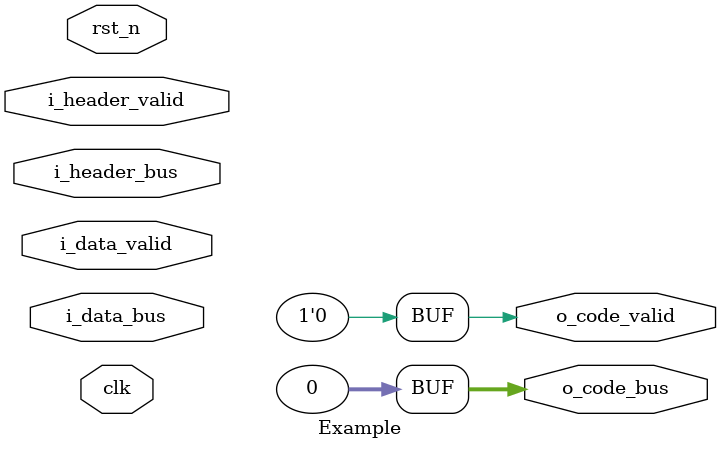
<source format=sv>

module Example (
// Clock and active low Asynchronous Reset
    input logic clk,rst_n 
// Signals    
    ,input  logic [31:0]  i_header_bus
 	,input  logic  i_header_valid
 	,input  logic [31:0]  i_data_bus
 	,input  logic  i_data_valid
 	,input  logic [31:0]  i_header_bus
 	,output logic [31:0]  o_code_bus
 	,output logic  o_code_valid
);
// Enter your code here
// THIS IS DUMMY CODE
    assign o_code_bus = 'h0;
 	assign o_code_valid = 'h0;
endmodule

</source>
